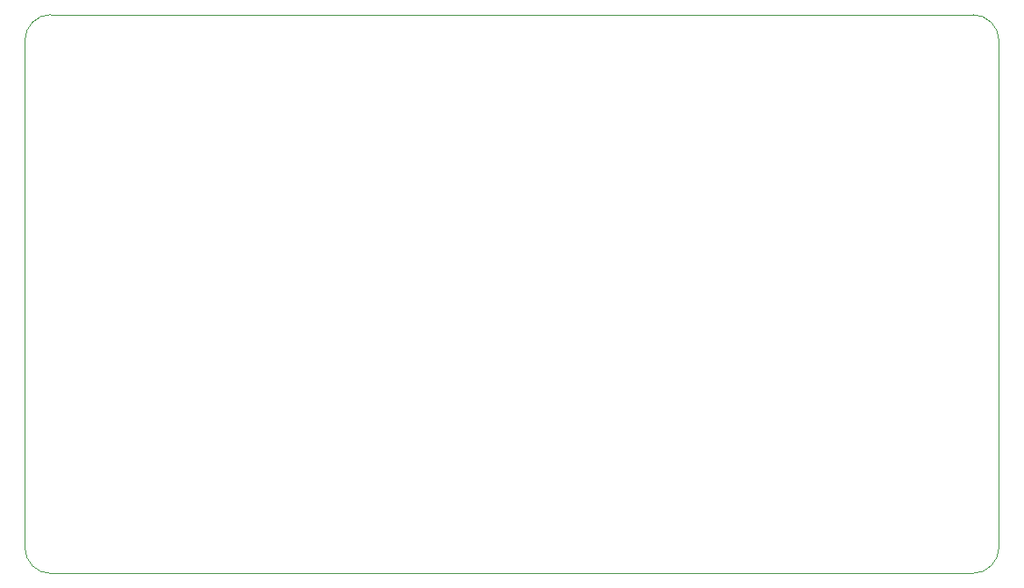
<source format=gbr>
G04 #@! TF.GenerationSoftware,KiCad,Pcbnew,(6.0.0)*
G04 #@! TF.CreationDate,2022-10-22T07:28:46+03:00*
G04 #@! TF.ProjectId,Voltlog Microscope PDU,566f6c74-6c6f-4672-904d-6963726f7363,rev?*
G04 #@! TF.SameCoordinates,Original*
G04 #@! TF.FileFunction,Profile,NP*
%FSLAX46Y46*%
G04 Gerber Fmt 4.6, Leading zero omitted, Abs format (unit mm)*
G04 Created by KiCad (PCBNEW (6.0.0)) date 2022-10-22 07:28:46*
%MOMM*%
%LPD*%
G01*
G04 APERTURE LIST*
G04 #@! TA.AperFunction,Profile*
%ADD10C,0.100000*%
G04 #@! TD*
G04 APERTURE END LIST*
D10*
X186482233Y-107982233D02*
G75*
G03*
X188982233Y-105482233I0J2500000D01*
G01*
X95000000Y-105500000D02*
X95000000Y-56500000D01*
X188982233Y-56517767D02*
X188982233Y-105482233D01*
X186482233Y-107982233D02*
X97500000Y-108000000D01*
X97500000Y-54000000D02*
G75*
G03*
X95000000Y-56500000I0J-2500000D01*
G01*
X188982233Y-56517767D02*
G75*
G03*
X186482233Y-54017767I-2500000J0D01*
G01*
X97500000Y-54000000D02*
X186482233Y-54017767D01*
X95000000Y-105500000D02*
G75*
G03*
X97500000Y-108000000I2500000J0D01*
G01*
M02*

</source>
